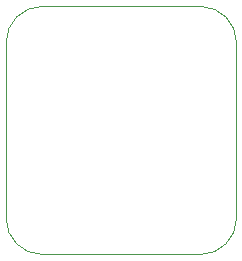
<source format=gm1>
G04 #@! TF.GenerationSoftware,KiCad,Pcbnew,5.1.10-88a1d61d58~88~ubuntu20.04.1*
G04 #@! TF.CreationDate,2021-05-03T06:19:38-04:00*
G04 #@! TF.ProjectId,SpaceCenter_TouchBoard_KiCAD,53706163-6543-4656-9e74-65725f546f75,rev?*
G04 #@! TF.SameCoordinates,Original*
G04 #@! TF.FileFunction,Profile,NP*
%FSLAX46Y46*%
G04 Gerber Fmt 4.6, Leading zero omitted, Abs format (unit mm)*
G04 Created by KiCad (PCBNEW 5.1.10-88a1d61d58~88~ubuntu20.04.1) date 2021-05-03 06:19:38*
%MOMM*%
%LPD*%
G01*
G04 APERTURE LIST*
G04 #@! TA.AperFunction,Profile*
%ADD10C,0.050000*%
G04 #@! TD*
G04 APERTURE END LIST*
D10*
X143941800Y-86106000D02*
X130530600Y-86106000D01*
X146989800Y-104063800D02*
X146989800Y-89154000D01*
X130530600Y-107111800D02*
X143941800Y-107111800D01*
X127482600Y-89154000D02*
X127482600Y-104063800D01*
X146989800Y-104063800D02*
G75*
G02*
X143941800Y-107111800I-3048000J0D01*
G01*
X130530600Y-107111800D02*
G75*
G02*
X127482600Y-104063800I0J3048000D01*
G01*
X127482600Y-89154000D02*
G75*
G02*
X130530600Y-86106000I3048000J0D01*
G01*
X143941800Y-86106000D02*
G75*
G02*
X146989800Y-89154000I0J-3048000D01*
G01*
M02*

</source>
